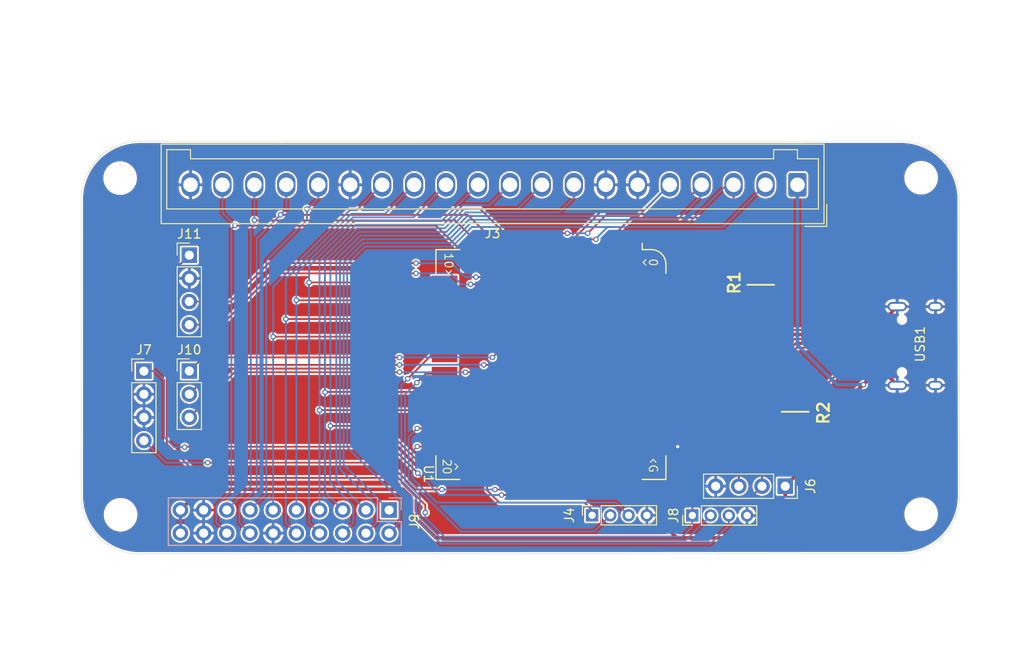
<source format=kicad_pcb>
(kicad_pcb (version 20211014) (generator pcbnew)
  (layers (0 "F.Cu" signal) (31 "B.Cu" signal) (34 "B.Paste" user) (35 "F.Paste" user) (36 "B.SilkS" user "B.Silkscreen") (37 "F.SilkS" user "F.Silkscreen") (38 "B.Mask" user) (39 "F.Mask" user) (44 "Edge.Cuts" user))
  (net 0 "")
  (net 1 "GND")
  (net 2 "+5V")
  (net 3 "D-")
  (net 4 "D+")
  (net 5 "RGB DATA")
  (net 6 "LS")
  (net 7 "LEFT")
  (net 8 "DOWN")
  (net 9 "RIGHT")
  (net 10 "UP")
  (net 11 "RS")
  (net 12 "1K")
  (net 13 "2K")
  (net 14 "3K")
  (net 15 "4K")
  (net 16 "1P")
  (net 17 "2P")
  (net 18 "3P")
  (net 19 "3.3V")
  (net 20 "TURBO LED")
  (net 24 "TURBO")
  (net 28 "4P")
  (net 29 "OLED SCL")
  (net 30 "OLED SDA")
  (net 33 "SELECT")
  (net 34 "START")
  (net 35 "L3")
  (net 36 "R3")
  (net 37 "HOME")
  (net 38 "TP")
  (net 39 "BOOT")
  (net 40 "RESET")
  (net 41 "Net-(R1-Pad1)")
  (net 42 "Net-(R2-Pad1)")
  (footprint "Connector_PinHeader_2.54mm:PinHeader_1x03_P2.54mm_Vertical" (layer "F.Cu") (at 107.64 78.78)
    (fp_text reference "J10")
    (fp_text value "Conn_01x02_Female")
  )
  (footprint "Connector_PinHeader_2.54mm:PinHeader_1x04_P2.54mm_Vertical" (layer "F.Cu") (at 102.665521 78.789011)
    (fp_text reference "J7")
    (fp_text value "Conn_01x04_Male")
  )
  (footprint "Connector_PinSocket_2.54mm:PinSocket_1x04_P2.54mm_Vertical" (layer "F.Cu") (at 172.93 91.41 -90)
    (fp_text reference "J6")
    (fp_text value "Conn_01x04_Female")
  )
  (footprint "Connector_Wago:Wago_734-150_1x20_P3.50mm_Vertical" (layer "F.Cu") (at 174.27 58.36 180)
    (fp_text reference "J3")
    (fp_text value "Screw_Terminal_01x20")
  )
  (footprint "CRCW25125K10JNTG:RESC6332X70N" (layer "F.Cu") (at 170.25 69.325 90)
    (fp_text reference "R1")
    (fp_text value "5.1k" hide)
  )
  (footprint "MountingHole:MountingHole_3.2mm_M3" (layer "F.Cu") (at 100.11 94.54 -90)
    (fp_text reference "H4" hide)
    (fp_text value "MountingHole")
  )
  (footprint "Connector_PinSocket_2.00mm:PinSocket_1x04_P2.00mm_Vertical" (layer "F.Cu") (at 151.77 94.6 90)
    (fp_text reference "J4")
    (fp_text value "Conn_01x04_Female")
  )
  (footprint "Type-C:HRO-TYPE-C-31-M-12-Assembly" (layer "F.Cu") (at 191.9825 76.035 90)
    (fp_text reference "USB1")
    (fp_text value "HRO-TYPE-C-31-M-12")
  )
  (footprint "CRCW25125K10JNTG:RESC6332X70N" (layer "F.Cu") (at 174.025 83.25 -90)
    (fp_text reference "R2")
    (fp_text value "5.1k" hide)
  )
  (footprint "MountingHole:MountingHole_3.2mm_M3" (layer "F.Cu") (at 100.06 57.63 -90)
    (fp_text reference "H3" hide)
    (fp_text value "MountingHole")
  )
  (footprint "RP2040_Stamp:RP2040_Stamp_SMD" (layer "F.Cu") (at 147.26 78.07 -90)
    (fp_text reference "U1")
    (fp_text value "RP2040_Stamp")
  )
  (footprint "Connector_PinHeader_2.00mm:PinHeader_1x04_P2.00mm_Vertical" (layer "F.Cu") (at 162.755521 94.619011 90)
    (fp_text reference "J8")
    (fp_text value "Conn_01x04_Male")
  )
  (footprint "MountingHole:MountingHole_3.2mm_M3" (layer "F.Cu") (at 187.82 57.59 -90)
    (fp_text reference "H1" hide)
    (fp_text value "MountingHole")
  )
  (footprint "MountingHole:MountingHole_3.2mm_M3" (layer "F.Cu") (at 187.82 94.48 -90)
    (fp_text reference "H2" hide)
    (fp_text value "MountingHole")
  )
  (footprint "Connector_PinHeader_2.54mm:PinHeader_1x04_P2.54mm_Vertical" (layer "F.Cu") (at 107.64 66.08)
    (fp_text reference "J11")
    (fp_text value "Conn_01x04_Female")
  )
  (footprint "Connector_PinSocket_2.54mm:PinSocket_2x10_P2.54mm_Vertical" (layer "B.Cu") (at 129.53 94.02 90)
    (fp_text reference "J9")
    (fp_text value "Conn_02x10_Odd_Even")
  )
  (gr_line (start 102.330015 53.595304) (end 185.314696 53.590015) (layer "Edge.Cuts") (width 0.05))
  (gr_line (start 185.51 98.8) (end 102.485304 98.819985) (layer "Edge.Cuts") (width 0.05))
  (gr_arc (start 192.03 92.12) (mid 190.220029 96.875307) (end 185.51 98.8) (layer "Edge.Cuts") (width 0.05))
  (gr_arc (start 185.314696 53.590015) (mid 190.070001 55.399985) (end 191.994696 60.110015) (layer "Edge.Cuts") (width 0.05))
  (gr_arc (start 95.810015 60.275304) (mid 97.619985 55.519999) (end 102.330015 53.595304) (layer "Edge.Cuts") (width 0.05))
  (gr_line (start 191.994696 60.110015) (end 192.03 92.12) (layer "Edge.Cuts") (width 0.05))
  (gr_line (start 95.805304 92.299985) (end 95.810015 60.275304) (layer "Edge.Cuts") (width 0.05))
  (gr_arc (start 102.485304 98.819985) (mid 97.729999 97.010015) (end 95.805304 92.299985) (layer "Edge.Cuts") (width 0.05))
  (segment (start 184.305 72.615) (end 185.22 71.7) (width 0.381) (layer "F.Cu") (net 1))
  (segment (start 184.305 79.425) (end 184.305 79.37) (width 0.381) (layer "F.Cu") (net 1))
  (segment (start 171.825 64.75) (end 170.25 66.325) (width 0.2) (layer "F.Cu") (net 1))
  (segment (start 158.91 87.07) (end 161.15 87.07) (width 0.2) (layer "F.Cu") (net 1))
  (segment (start 173.825 64.75) (end 171.825 64.75) (width 0.2) (layer "F.Cu") (net 1))
  (segment (start 184.305 72.77) (end 181.845 72.77) (width 0.2) (layer "F.Cu") (net 1))
  (segment (start 184.305 72.795) (end 184.305 72.615) (width 0.381) (layer "F.Cu") (net 1))
  (segment (start 185.22 80.34) (end 184.305 79.425) (width 0.381) (layer "F.Cu") (net 1))
  (segment (start 181.845 72.77) (end 173.825 64.75) (width 0.2) (layer "F.Cu") (net 1))
  (via (at 161.15 87.07) (size 0.6) (drill 0.35) (layers "F.Cu" "B.Cu") (net 1))
  (segment (start 186.1 77.42) (end 185.05 78.47) (width 0.4) (layer "F.Cu") (net 2))
  (segment (start 160.25 96.275) (end 161.05 97.075) (width 0.4) (layer "F.Cu") (net 2))
  (segment (start 181.5 80.275) (end 181.4725 80.275) (width 0.4) (layer "F.Cu") (net 2))
  (segment (start 178.775 82.9725) (end 178.775 85.55) (width 0.4) (layer "F.Cu") (net 2))
  (segment (start 172.93 91.395) (end 172.93 91.41) (width 0.4) (layer "F.Cu") (net 2))
  (segment (start 131.075 91.75) (end 108.94 91.75) (width 0.4) (layer "F.Cu") (net 2))
  (segment (start 169.795 97.075) (end 161.475 97.075) (width 0.4) (layer "F.Cu") (net 2))
  (segment (start 131.9 94.325) (end 131.9 92.575) (width 0.4) (layer "F.Cu") (net 2))
  (segment (start 181.4725 80.275) (end 178.775 82.9725) (width 0.4) (layer "F.Cu") (net 2))
  (segment (start 186.1 74.52) (end 186.1 77.42) (width 0.4) (layer "F.Cu") (net 2))
  (segment (start 181.5 80.2475) (end 183.2625 78.485) (width 0.4) (layer "F.Cu") (net 2))
  (segment (start 160.25 93.025) (end 160.25 96.275) (width 0.4) (layer "F.Cu") (net 2))
  (segment (start 108.94 91.75) (end 106.67 94.02) (width 0.4) (layer "F.Cu") (net 2))
  (segment (start 178.775 85.55) (end 172.93 91.395) (width 0.4) (layer "F.Cu") (net 2))
  (segment (start 172.93 93.94) (end 169.795 97.075) (width 0.4) (layer "F.Cu") (net 2))
  (segment (start 184.4375 73.735) (end 184.2875 73.585) (width 0.4) (layer "F.Cu") (net 2))
  (segment (start 183.2625 78.485) (end 184.2875 78.485) (width 0.4) (layer "F.Cu") (net 2))
  (segment (start 172.93 91.41) (end 172.93 93.94) (width 0.4) (layer "F.Cu") (net 2))
  (segment (start 185.2275 73.735) (end 184.4375 73.735) (width 0.4) (layer "F.Cu") (net 2))
  (segment (start 162.175 85.145) (end 162.175 91.1) (width 0.4) (layer "F.Cu") (net 2))
  (segment (start 162.175 91.1) (end 160.25 93.025) (width 0.4) (layer "F.Cu") (net 2))
  (segment (start 134.65 97.075) (end 131.9 94.325) (width 0.4) (layer "F.Cu") (net 2))
  (segment (start 186.1 74.52) (end 186.0125 74.52) (width 0.4) (layer "F.Cu") (net 2))
  (segment (start 186.0125 74.52) (end 185.2275 73.735) (width 0.4) (layer "F.Cu") (net 2))
  (segment (start 181.5 80.275) (end 181.5 80.2475) (width 0.4) (layer "F.Cu") (net 2))
  (segment (start 185.05 78.47) (end 184.305 78.47) (width 0.4) (layer "F.Cu") (net 2))
  (segment (start 160.1 83.07) (end 162.175 85.145) (width 0.4) (layer "F.Cu") (net 2))
  (segment (start 131.9 92.575) (end 131.075 91.75) (width 0.4) (layer "F.Cu") (net 2))
  (segment (start 158.91 83.07) (end 160.1 83.07) (width 0.4) (layer "F.Cu") (net 2))
  (segment (start 161.05 97.075) (end 161.475 97.075) (width 0.4) (layer "F.Cu") (net 2))
  (segment (start 161.475 97.075) (end 134.65 97.075) (width 0.4) (layer "F.Cu") (net 2))
  (via (at 181.5 80.275) (size 0.6) (drill 0.35) (layers "F.Cu" "B.Cu") (net 2))
  (segment (start 106.67 94.02) (end 106.67 96.56) (width 0.4) (layer "B.Cu") (net 2))
  (segment (start 174.27 75.945) (end 174.27 58.36) (width 0.4) (layer "B.Cu") (net 2))
  (segment (start 181.5 80.275) (end 178.6 80.275) (width 0.4) (layer "B.Cu") (net 2))
  (segment (start 178.6 80.275) (end 174.27 75.945) (width 0.4) (layer "B.Cu") (net 2))
  (segment (start 182.9 76.22) (end 174.18 76.22) (width 0.2) (layer "F.Cu") (net 3))
  (segment (start 174.18 76.22) (end 170.39 80.01) (width 0.2) (layer "F.Cu") (net 3))
  (segment (start 183.35 75.77) (end 182.9 76.22) (width 0.2) (layer "F.Cu") (net 3))
  (segment (start 183.389998 76.77) (end 184.305 76.77) (width 0.2) (layer "F.Cu") (net 3))
  (segment (start 161.58 79.07) (end 158.91 79.07) (width 0.2) (layer "F.Cu") (net 3))
  (segment (start 170.39 91.41) (end 168.79 93.01) (width 0.2) (layer "F.Cu") (net 3))
  (segment (start 170.39 80.01) (end 170.39 91.41) (width 0.2) (layer "F.Cu") (net 3))
  (segment (start 163.26 80.75) (end 161.58 79.07) (width 0.2) (layer "F.Cu") (net 3))
  (segment (start 163.26 91.57) (end 163.26 80.75) (width 0.2) (layer "F.Cu") (net 3))
  (segment (start 184.305 75.77) (end 183.35 75.77) (width 0.2) (layer "F.Cu") (net 3))
  (segment (start 182.9 76.22) (end 182.9 76.280002) (width 0.2) (layer "F.Cu") (net 3))
  (segment (start 168.79 93.01) (end 164.7 93.01) (width 0.2) (layer "F.Cu") (net 3))
  (segment (start 182.9 76.280002) (end 183.389998 76.77) (width 0.2) (layer "F.Cu") (net 3))
  (segment (start 164.7 93.01) (end 163.26 91.57) (width 0.2) (layer "F.Cu") (net 3))
  (segment (start 185.3125 76.1875) (end 185.23 76.27) (width 0.2) (layer "F.Cu") (net 4))
  (segment (start 167.85 81.38) (end 163.54 77.07) (width 0.2) (layer "F.Cu") (net 4))
  (segment (start 185.3125 75.3525) (end 185.3125 76.1875) (width 0.2) (layer "F.Cu") (net 4))
  (segment (start 163.54 77.07) (end 158.91 77.07) (width 0.2) (layer "F.Cu") (net 4))
  (segment (start 185.23 76.27) (end 184.305 76.27) (width 0.2) (layer "F.Cu") (net 4))
  (segment (start 185.23 75.27) (end 185.3125 75.3525) (width 0.2) (layer "F.Cu") (net 4))
  (segment (start 167.85 81.38) (end 173.96 75.27) (width 0.2) (layer "F.Cu") (net 4))
  (segment (start 167.85 91.41) (end 167.85 81.38) (width 0.2) (layer "F.Cu") (net 4))
  (segment (start 173.96 75.27) (end 185.23 75.27) (width 0.2) (layer "F.Cu") (net 4))
  (segment (start 130.6545 78.92) (end 112.58 78.92) (width 0.2) (layer "F.Cu") (net 5))
  (segment (start 154.26 88.56) (end 144.62 78.92) (width 0.2) (layer "F.Cu") (net 5))
  (segment (start 112.58 78.92) (end 107.64 83.86) (width 0.2) (layer "F.Cu") (net 5))
  (segment (start 154.26 89.72) (end 154.26 88.56) (width 0.2) (layer "F.Cu") (net 5))
  (segment (start 130.6745 78.9) (end 130.6545 78.92) (width 0.2) (layer "F.Cu") (net 5))
  (segment (start 144.62 78.92) (end 137.9 78.92) (width 0.2) (layer "F.Cu") (net 5))
  (via (at 130.6745 78.9) (size 0.6) (drill 0.35) (layers "F.Cu" "B.Cu") (net 5))
  (via (at 137.9 78.92) (size 0.6) (drill 0.35) (layers "F.Cu" "B.Cu") (net 5))
  (segment (start 137.9 78.92) (end 130.6945 78.92) (width 0.2) (layer "B.Cu") (net 5))
  (segment (start 130.6945 78.92) (end 130.6745 78.9) (width 0.2) (layer "B.Cu") (net 5))
  (segment (start 129.7745 87.075) (end 126.2 87.075) (width 0.2) (layer "F.Cu") (net 6))
  (segment (start 126.2 87.075) (end 107.175 87.075) (width 0.2) (layer "F.Cu") (net 6))
  (segment (start 152.26 90.37) (end 152.26 89.72) (width 0.2) (layer "F.Cu") (net 6))
  (segment (start 150.2555 92.3745) (end 152.26 90.37) (width 0.2) (layer "F.Cu") (net 6))
  (segment (start 132.6745 89.975) (end 129.7745 87.075) (width 0.2) (layer "F.Cu") (net 6))
  (segment (start 141.85 92.3745) (end 150.2555 92.3745) (width 0.2) (layer "F.Cu") (net 6))
  (segment (start 107.175 87.075) (end 107.125 87.125) (width 0.2) (layer "F.Cu") (net 6))
  (via (at 132.6745 89.975) (size 0.6) (drill 0.35) (layers "F.Cu" "B.Cu") (net 6))
  (via (at 107.125 87.125) (size 0.6) (drill 0.35) (layers "F.Cu" "B.Cu") (net 6))
  (via (at 141.85 92.3745) (size 0.6) (drill 0.35) (layers "F.Cu" "B.Cu") (net 6))
  (segment (start 135.0745 92.3745) (end 141.85 92.3745) (width 0.2) (layer "B.Cu") (net 6))
  (segment (start 105.975 87.125) (end 104.9 86.05) (width 0.2) (layer "B.Cu") (net 6))
  (segment (start 132.6745 89.975) (end 132.675 89.975) (width 0.2) (layer "B.Cu") (net 6))
  (segment (start 103.914011 78.789011) (end 102.665521 78.789011) (width 0.2) (layer "B.Cu") (net 6))
  (segment (start 132.675 89.975) (end 135.0745 92.3745) (width 0.2) (layer "B.Cu") (net 6))
  (segment (start 104.9 86.05) (end 104.9 79.775) (width 0.2) (layer "B.Cu") (net 6))
  (segment (start 104.9 79.775) (end 103.914011 78.789011) (width 0.2) (layer "B.Cu") (net 6))
  (segment (start 107.125 87.125) (end 105.975 87.125) (width 0.2) (layer "B.Cu") (net 6))
  (segment (start 160.56 61.57) (end 163.77 58.36) (width 0.2) (layer "F.Cu") (net 7))
  (segment (start 146.26 66.42) (end 146.26 64.72) (width 0.2) (layer "F.Cu") (net 7))
  (segment (start 146.98 64) (end 147.3 63.68) (width 0.2) (layer "F.Cu") (net 7))
  (segment (start 147.3 63.68) (end 149.06 63.68) (width 0.2) (layer "F.Cu") (net 7))
  (segment (start 153.4 61.57) (end 160.56 61.57) (width 0.2) (layer "F.Cu") (net 7))
  (segment (start 151.29 63.68) (end 153.4 61.57) (width 0.2) (layer "F.Cu") (net 7))
  (segment (start 146.26 64.72) (end 146.98 64) (width 0.2) (layer "F.Cu") (net 7))
  (via (at 151.29 63.68) (size 0.6) (drill 0.35) (layers "F.Cu" "B.Cu") (net 7))
  (via (at 149.06 63.68) (size 0.6) (drill 0.35) (layers "F.Cu" "B.Cu") (net 7))
  (segment (start 126.557942 64.335686) (end 124.15 66.74363) (width 0.2) (layer "B.Cu") (net 7))
  (segment (start 163.77 59.55) (end 161.13 62.19) (width 0.2) (layer "B.Cu") (net 7))
  (segment (start 138.26843 62.19) (end 136.122742 64.335686) (width 0.2) (layer "B.Cu") (net 7))
  (segment (start 128.14 93.543654) (end 128.14 95.41) (width 0.2) (layer "B.Cu") (net 7))
  (segment (start 161.13 62.19) (end 138.26843 62.19) (width 0.2) (layer "B.Cu") (net 7))
  (segment (start 163.77 58.36) (end 163.77 59.55) (width 0.2) (layer "B.Cu") (net 7))
  (segment (start 149.06 63.68) (end 151.29 63.68) (width 0.2) (layer "B.Cu") (net 7))
  (segment (start 128.14 95.41) (end 126.99 96.56) (width 0.2) (layer "B.Cu") (net 7))
  (segment (start 136.122742 64.335686) (end 126.557942 64.335686) (width 0.2) (layer "B.Cu") (net 7))
  (segment (start 124.15 89.553654) (end 128.14 93.543654) (width 0.2) (layer "B.Cu") (net 7))
  (segment (start 124.15 66.74363) (end 124.15 89.553654) (width 0.2) (layer "B.Cu") (net 7))
  (segment (start 150.26 66.42) (end 150.26 65.77) (width 0.2) (layer "F.Cu") (net 8))
  (segment (start 150.26 65.77) (end 151.68 64.35) (width 0.2) (layer "F.Cu") (net 8))
  (segment (start 151.68 64.35) (end 152.19 64.35) (width 0.2) (layer "F.Cu") (net 8))
  (via (at 152.19 64.35) (size 0.6) (drill 0.35) (layers "F.Cu" "B.Cu") (net 8))
  (segment (start 136.454112 65.135686) (end 126.889314 65.135686) (width 0.2) (layer "B.Cu") (net 8))
  (segment (start 130.68 95.41) (end 129.53 96.56) (width 0.2) (layer "B.Cu") (net 8))
  (segment (start 124.95 67.075) (end 124.95 87.14) (width 0.2) (layer "B.Cu") (net 8))
  (segment (start 130.68 92.87) (end 130.68 95.41) (width 0.2) (layer "B.Cu") (net 8))
  (segment (start 166.14 62.99) (end 138.599802 62.99) (width 0.2) (layer "B.Cu") (net 8))
  (segment (start 152.19 64.27) (end 153.47 62.99) (width 0.2) (layer "B.Cu") (net 8))
  (segment (start 124.95 87.14) (end 130.68 92.87) (width 0.2) (layer "B.Cu") (net 8))
  (segment (start 153.47 62.99) (end 153.89 62.99) (width 0.2) (layer "B.Cu") (net 8))
  (segment (start 152.19 64.35) (end 152.19 64.27) (width 0.2) (layer "B.Cu") (net 8))
  (segment (start 126.889314 65.135686) (end 124.95 67.075) (width 0.2) (layer "B.Cu") (net 8))
  (segment (start 138.599802 62.99) (end 136.454112 65.135686) (width 0.2) (layer "B.Cu") (net 8))
  (segment (start 170.77 58.36) (end 166.14 62.99) (width 0.2) (layer "B.Cu") (net 8))
  (segment (start 157.46 61.17) (end 160.27 58.36) (width 0.2) (layer "F.Cu") (net 9))
  (segment (start 152.86 61.17) (end 157.46 61.17) (width 0.2) (layer "F.Cu") (net 9))
  (segment (start 148.26 66.42) (end 148.26 65.77) (width 0.2) (layer "F.Cu") (net 9))
  (segment (start 148.26 65.77) (end 152.86 61.17) (width 0.2) (layer "F.Cu") (net 9))
  (segment (start 126.392256 63.935686) (end 123.75 66.577945) (width 0.2) (layer "B.Cu") (net 9))
  (segment (start 123.75 66.577945) (end 123.75 90.78) (width 0.2) (layer "B.Cu") (net 9))
  (segment (start 160.27 58.36) (end 156.84 61.79) (width 0.2) (layer "B.Cu") (net 9))
  (segment (start 123.75 90.78) (end 126.99 94.02) (width 0.2) (layer "B.Cu") (net 9))
  (segment (start 156.84 61.79) (end 138.102744 61.79) (width 0.2) (layer "B.Cu") (net 9))
  (segment (start 135.957057 63.935686) (end 126.392256 63.935686) (width 0.2) (layer "B.Cu") (net 9))
  (segment (start 138.102744 61.79) (end 135.957057 63.935686) (width 0.2) (layer "B.Cu") (net 9))
  (segment (start 165.31 61.97) (end 167.27 60.01) (width 0.2) (layer "F.Cu") (net 10))
  (segment (start 152.26 65.77) (end 156.06 61.97) (width 0.2) (layer "F.Cu") (net 10))
  (segment (start 152.26 66.42) (end 152.26 65.77) (width 0.2) (layer "F.Cu") (net 10))
  (segment (start 167.27 60.01) (end 167.27 58.36) (width 0.2) (layer "F.Cu") (net 10))
  (segment (start 156.06 61.97) (end 165.31 61.97) (width 0.2) (layer "F.Cu") (net 10))
  (segment (start 124.55 89.04) (end 129.53 94.02) (width 0.2) (layer "B.Cu") (net 10))
  (segment (start 162.31 62.59) (end 138.434116 62.59) (width 0.2) (layer "B.Cu") (net 10))
  (segment (start 167.27 58.36) (end 166.54 58.36) (width 0.2) (layer "B.Cu") (net 10))
  (segment (start 124.55 66.909315) (end 124.55 89.04) (width 0.2) (layer "B.Cu") (net 10))
  (segment (start 136.288427 64.735686) (end 126.723628 64.735686) (width 0.2) (layer "B.Cu") (net 10))
  (segment (start 138.434116 62.59) (end 136.288427 64.735686) (width 0.2) (layer "B.Cu") (net 10))
  (segment (start 126.723628 64.735686) (end 124.55 66.909315) (width 0.2) (layer "B.Cu") (net 10))
  (segment (start 166.54 58.36) (end 162.31 62.59) (width 0.2) (layer "B.Cu") (net 10))
  (segment (start 129.45 88.825) (end 109.65 88.825) (width 0.2) (layer "F.Cu") (net 11))
  (segment (start 141.125 91.775) (end 148.955 91.775) (width 0.2) (layer "F.Cu") (net 11))
  (segment (start 150.26 90.47) (end 150.26 89.72) (width 0.2) (layer "F.Cu") (net 11))
  (segment (start 135.325 91.775) (end 132.4 91.775) (width 0.2) (layer "F.Cu") (net 11))
  (segment (start 148.955 91.775) (end 150.26 90.47) (width 0.2) (layer "F.Cu") (net 11))
  (segment (start 132.4 91.775) (end 131.325 90.7) (width 0.2) (layer "F.Cu") (net 11))
  (segment (start 131.325 90.7) (end 129.45 88.825) (width 0.2) (layer "F.Cu") (net 11))
  (via (at 141.125 91.775) (size 0.6) (drill 0.35) (layers "F.Cu" "B.Cu") (net 11))
  (via (at 135.325 91.775) (size 0.6) (drill 0.35) (layers "F.Cu" "B.Cu") (net 11))
  (via (at 109.65 88.825) (size 0.6) (drill 0.35) (layers "F.Cu" "B.Cu") (net 11))
  (segment (start 135.325 91.775) (end 141.125 91.775) (width 0.2) (layer "B.Cu") (net 11))
  (segment (start 105.08151 88.825) (end 102.665521 86.409011) (width 0.2) (layer "B.Cu") (net 11))
  (segment (start 109.65 88.825) (end 105.08151 88.825) (width 0.2) (layer "B.Cu") (net 11))
  (segment (start 144.26 65.77) (end 144.26 66.42) (width 0.2) (layer "F.Cu") (net 12))
  (segment (start 120.53 61.02) (end 139.51 61.02) (width 0.2) (layer "F.Cu") (net 12))
  (segment (start 139.51 61.02) (end 144.26 65.77) (width 0.2) (layer "F.Cu") (net 12))
  (via (at 120.53 61.02) (size 0.6) (drill 0.35) (layers "F.Cu" "B.Cu") (net 12))
  (segment (start 120.53 62.21) (end 116.075 66.665) (width 0.2) (layer "B.Cu") (net 12))
  (segment (start 120.53 61.02) (end 120.53 62.21) (width 0.2) (layer "B.Cu") (net 12))
  (segment (start 120.58 61.02) (end 121.77 59.83) (width 0.2) (layer "B.Cu") (net 12))
  (segment (start 120.53 61.02) (end 120.58 61.02) (width 0.2) (layer "B.Cu") (net 12))
  (segment (start 116.075 66.665) (end 116.075 92.235) (width 0.2) (layer "B.Cu") (net 12))
  (segment (start 121.77 59.83) (end 121.77 58.36) (width 0.2) (layer "B.Cu") (net 12))
  (segment (start 116.075 92.235) (end 114.29 94.02) (width 0.2) (layer "B.Cu") (net 12))
  (segment (start 117.66 61.66) (end 138.15 61.66) (width 0.2) (layer "F.Cu") (net 13))
  (segment (start 142.26 65.77) (end 142.26 66.42) (width 0.2) (layer "F.Cu") (net 13))
  (segment (start 117.64 61.64) (end 117.66 61.66) (width 0.2) (layer "F.Cu") (net 13))
  (segment (start 138.15 61.66) (end 142.26 65.77) (width 0.2) (layer "F.Cu") (net 13))
  (via (at 117.64 61.64) (size 0.6) (drill 0.35) (layers "F.Cu" "B.Cu") (net 13))
  (segment (start 113.14 95.41) (end 114.29 96.56) (width 0.2) (layer "B.Cu") (net 13))
  (segment (start 117.64 61.63) (end 118.27 61) (width 0.2) (layer "B.Cu") (net 13))
  (segment (start 113.14 93.543654) (end 113.14 95.41) (width 0.2) (layer "B.Cu") (net 13))
  (segment (start 117.64 61.65) (end 115.025 64.265) (width 0.2) (layer "B.Cu") (net 13))
  (segment (start 117.64 61.64) (end 117.64 61.63) (width 0.2) (layer "B.Cu") (net 13))
  (segment (start 118.27 61) (end 118.27 58.36) (width 0.2) (layer "B.Cu") (net 13))
  (segment (start 117.64 61.64) (end 117.64 61.65) (width 0.2) (layer "B.Cu") (net 13))
  (segment (start 115.025 91.658654) (end 113.14 93.543654) (width 0.2) (layer "B.Cu") (net 13))
  (segment (start 115.025 64.265) (end 115.025 91.658654) (width 0.2) (layer "B.Cu") (net 13))
  (segment (start 114.7945 62.27) (end 136.76 62.27) (width 0.2) (layer "F.Cu") (net 14))
  (segment (start 140.26 65.77) (end 140.26 66.42) (width 0.2) (layer "F.Cu") (net 14))
  (segment (start 114.775 62.2505) (end 114.7945 62.27) (width 0.2) (layer "F.Cu") (net 14))
  (segment (start 136.76 62.27) (end 140.26 65.77) (width 0.2) (layer "F.Cu") (net 14))
  (via (at 114.775 62.2505) (size 0.6) (drill 0.35) (layers "F.Cu" "B.Cu") (net 14))
  (segment (start 114.775 62.2505) (end 114.775 60.845) (width 0.2) (layer "B.Cu") (net 14))
  (segment (start 114.77 60.84) (end 114.77 58.36) (width 0.2) (layer "B.Cu") (net 14))
  (segment (start 114.775 62.2505) (end 114.775 62.805) (width 0.2) (layer "B.Cu") (net 14))
  (segment (start 114.375 63.205) (end 114.375 91.395) (width 0.2) (layer "B.Cu") (net 14))
  (segment (start 114.375 91.395) (end 111.75 94.02) (width 0.2) (layer "B.Cu") (net 14))
  (segment (start 114.775 62.805) (end 114.375 63.205) (width 0.2) (layer "B.Cu") (net 14))
  (segment (start 114.775 60.845) (end 114.77 60.84) (width 0.2) (layer "B.Cu") (net 14))
  (segment (start 112.65 62.825) (end 112.675 62.85) (width 0.2) (layer "F.Cu") (net 15))
  (segment (start 112.675 62.85) (end 134.69 62.85) (width 0.2) (layer "F.Cu") (net 15))
  (segment (start 134.69 62.85) (end 138.26 66.42) (width 0.2) (layer "F.Cu") (net 15))
  (via (at 112.65 62.825) (size 0.6) (drill 0.35) (layers "F.Cu" "B.Cu") (net 15))
  (segment (start 110.6 95.41) (end 111.75 96.56) (width 0.2) (layer "B.Cu") (net 15))
  (segment (start 111.27 61.445) (end 111.27 58.36) (width 0.2) (layer "B.Cu") (net 15))
  (segment (start 112.65 62.825) (end 111.27 61.445) (width 0.2) (layer "B.Cu") (net 15))
  (segment (start 110.6 93.543654) (end 110.6 95.41) (width 0.2) (layer "B.Cu") (net 15))
  (segment (start 112.25 91.893654) (end 110.6 93.543654) (width 0.2) (layer "B.Cu") (net 15))
  (segment (start 112.25 63.225) (end 112.25 91.893654) (width 0.2) (layer "B.Cu") (net 15))
  (segment (start 112.65 62.825) (end 112.25 63.225) (width 0.2) (layer "B.Cu") (net 15))
  (segment (start 135.61 69.07) (end 120.76 69.07) (width 0.2) (layer "F.Cu") (net 16))
  (via (at 120.76 69.07) (size 0.6) (drill 0.35) (layers "F.Cu" "B.Cu") (net 16))
  (segment (start 120.76 69.07) (end 120.76 95.41) (width 0.2) (layer "B.Cu") (net 16))
  (segment (start 135.294314 62.335686) (end 125.729515 62.335686) (width 0.2) (layer "B.Cu") (net 16))
  (segment (start 120.76 95.41) (end 121.91 96.56) (width 0.2) (layer "B.Cu") (net 16))
  (segment (start 139.27 58.36) (end 135.294314 62.335686) (width 0.2) (layer "B.Cu") (net 16))
  (segment (start 125.729515 62.335686) (end 120.76 67.305201) (width 0.2) (layer "B.Cu") (net 16))
  (segment (start 120.76 67.305201) (end 120.76 69.07) (width 0.2) (layer "B.Cu") (net 16))
  (segment (start 135.57 71.03) (end 119.38 71.03) (width 0.2) (layer "F.Cu") (net 17))
  (segment (start 119.38 71.03) (end 119.37 71.02) (width 0.2) (layer "F.Cu") (net 17))
  (segment (start 135.61 71.07) (end 135.57 71.03) (width 0.2) (layer "F.Cu") (net 17))
  (via (at 119.37 71.02) (size 0.6) (drill 0.35) (layers "F.Cu" "B.Cu") (net 17))
  (segment (start 119.37 68.129515) (end 119.37 71.02) (width 0.2) (layer "B.Cu") (net 17))
  (segment (start 119.37 71.02) (end 119.37 94.02) (width 0.2) (layer "B.Cu") (net 17))
  (segment (start 125.563829 61.935686) (end 119.37 68.129515) (width 0.2) (layer "B.Cu") (net 17))
  (segment (start 132.194314 61.935686) (end 125.563829 61.935686) (width 0.2) (layer "B.Cu") (net 17))
  (segment (start 135.77 58.36) (end 132.194314 61.935686) (width 0.2) (layer "B.Cu") (net 17))
  (segment (start 135.6 73.08) (end 118.22 73.08) (width 0.2) (layer "F.Cu") (net 18))
  (segment (start 135.61 73.07) (end 135.6 73.08) (width 0.2) (layer "F.Cu") (net 18))
  (via (at 118.22 73.08) (size 0.6) (drill 0.35) (layers "F.Cu" "B.Cu") (net 18))
  (segment (start 118.22 73.08) (end 118.22 95.41) (width 0.2) (layer "B.Cu") (net 18))
  (segment (start 132.27 58.36) (end 129.094314 61.535686) (width 0.2) (layer "B.Cu") (net 18))
  (segment (start 125.398143 61.535686) (end 118.22 68.713829) (width 0.2) (layer "B.Cu") (net 18))
  (segment (start 129.094314 61.535686) (end 125.398143 61.535686) (width 0.2) (layer "B.Cu") (net 18))
  (segment (start 118.22 68.713829) (end 118.22 73.08) (width 0.2) (layer "B.Cu") (net 18))
  (segment (start 118.22 95.41) (end 119.37 96.56) (width 0.2) (layer "B.Cu") (net 18))
  (segment (start 162.755521 94.619011) (end 162.755521 82.880521) (width 0.2) (layer "F.Cu") (net 19))
  (segment (start 133.4995 94.295416) (end 133.4995 93.4745) (width 0.2) (layer "F.Cu") (net 19))
  (segment (start 162.755521 82.880521) (end 160.945 81.07) (width 0.2) (layer "F.Cu") (net 19))
  (segment (start 132.4 92.367894) (end 130.532106 90.5) (width 0.2) (layer "F.Cu") (net 19))
  (segment (start 130.532106 90.5) (end 108.9 90.5) (width 0.2) (layer "F.Cu") (net 19))
  (segment (start 160.945 81.07) (end 158.91 81.07) (width 0.2) (layer "F.Cu") (net 19))
  (segment (start 105.175 86.775) (end 105.175 68.545) (width 0.2) (layer "F.Cu") (net 19))
  (segment (start 105.175 68.545) (end 107.64 66.08) (width 0.2) (layer "F.Cu") (net 19))
  (segment (start 133.4995 93.4745) (end 132.4 92.375) (width 0.2) (layer "F.Cu") (net 19))
  (segment (start 132.4 92.375) (end 132.4 92.367894) (width 0.2) (layer "F.Cu") (net 19))
  (segment (start 108.9 90.5) (end 105.175 86.775) (width 0.2) (layer "F.Cu") (net 19))
  (via (at 133.4995 94.295416) (size 0.6) (drill 0.35) (layers "F.Cu" "B.Cu") (net 19))
  (segment (start 162.755521 95.844479) (end 162.755521 94.619011) (width 0.2) (layer "B.Cu") (net 19))
  (segment (start 161.675 96.925) (end 162.755521 95.844479) (width 0.2) (layer "B.Cu") (net 19))
  (segment (start 133.4995 94.868128) (end 135.556372 96.925) (width 0.2) (layer "B.Cu") (net 19))
  (segment (start 135.556372 96.925) (end 161.675 96.925) (width 0.2) (layer "B.Cu") (net 19))
  (segment (start 133.4995 94.295416) (end 133.4995 94.868128) (width 0.2) (layer "B.Cu") (net 19))
  (segment (start 132.575 80.05) (end 133.555 79.07) (width 0.2) (layer "F.Cu") (net 20))
  (segment (start 133.555 79.07) (end 135.61 79.07) (width 0.2) (layer "F.Cu") (net 20))
  (via (at 132.575 80.05) (size 0.6) (drill 0.35) (layers "F.Cu" "B.Cu") (net 20))
  (segment (start 132.9 94.834314) (end 132.9 92.484314) (width 0.2) (layer "B.Cu") (net 20))
  (segment (start 132.9 92.484314) (end 131.275 90.859314) (width 0.2) (layer "B.Cu") (net 20))
  (segment (start 131.275 90.859314) (end 131.275 81.35) (width 0.2) (layer "B.Cu") (net 20))
  (segment (start 162.049532 97.325) (end 135.390686 97.325) (width 0.2) (layer "B.Cu") (net 20))
  (segment (start 135.390686 97.325) (end 132.9 94.834314) (width 0.2) (layer "B.Cu") (net 20))
  (segment (start 164.755521 94.619011) (end 162.049532 97.325) (width 0.2) (layer "B.Cu") (net 20))
  (segment (start 131.275 81.35) (end 132.575 80.05) (width 0.2) (layer "B.Cu") (net 20))
  (segment (start 134.13 77.07) (end 135.61 77.07) (width 0.2) (layer "F.Cu") (net 24))
  (segment (start 131.575 79.625) (end 134.13 77.07) (width 0.2) (layer "F.Cu") (net 24))
  (via (at 131.575 79.625) (size 0.6) (drill 0.35) (layers "F.Cu" "B.Cu") (net 24))
  (segment (start 130.875 91.025) (end 132.5 92.65) (width 0.2) (layer "B.Cu") (net 24))
  (segment (start 164.725 97.725) (end 166.755521 95.694479) (width 0.2) (layer "B.Cu") (net 24))
  (segment (start 132.5 92.65) (end 132.5 95) (width 0.2) (layer "B.Cu") (net 24))
  (segment (start 130.875 80.325) (end 130.875 91.025) (width 0.2) (layer "B.Cu") (net 24))
  (segment (start 132.5 95) (end 135.225 97.725) (width 0.2) (layer "B.Cu") (net 24))
  (segment (start 166.755521 95.694479) (end 166.755521 94.619011) (width 0.2) (layer "B.Cu") (net 24))
  (segment (start 135.225 97.725) (end 164.725 97.725) (width 0.2) (layer "B.Cu") (net 24))
  (segment (start 131.575 79.625) (end 130.875 80.325) (width 0.2) (layer "B.Cu") (net 24))
  (segment (start 135.55 75.01) (end 116.83 75.01) (width 0.2) (layer "F.Cu") (net 28))
  (segment (start 135.61 75.07) (end 135.55 75.01) (width 0.2) (layer "F.Cu") (net 28))
  (via (at 116.83 75.01) (size 0.6) (drill 0.35) (layers "F.Cu" "B.Cu") (net 28))
  (segment (start 116.83 75.01) (end 116.83 94.02) (width 0.2) (layer "B.Cu") (net 28))
  (segment (start 125.232457 61.135686) (end 116.83 69.538143) (width 0.2) (layer "B.Cu") (net 28))
  (segment (start 128.77 58.36) (end 125.994314 61.135686) (width 0.2) (layer "B.Cu") (net 28))
  (segment (start 125.994314 61.135686) (end 125.232457 61.135686) (width 0.2) (layer "B.Cu") (net 28))
  (segment (start 116.83 69.538143) (end 116.83 75.01) (width 0.2) (layer "B.Cu") (net 28))
  (segment (start 139.05 68.475) (end 152.855 68.475) (width 0.2) (layer "F.Cu") (net 29))
  (segment (start 154.26 67.07) (end 154.26 66.42) (width 0.2) (layer "F.Cu") (net 29))
  (segment (start 112.14 71.16) (end 116.35 66.95) (width 0.2) (layer "F.Cu") (net 29))
  (segment (start 152.855 68.475) (end 154.26 67.07) (width 0.2) (layer "F.Cu") (net 29))
  (segment (start 116.35 66.95) (end 132.475 66.95) (width 0.2) (layer "F.Cu") (net 29))
  (segment (start 107.64 71.16) (end 112.14 71.16) (width 0.2) (layer "F.Cu") (net 29))
  (via (at 132.475 66.95) (size 0.6) (drill 0.35) (layers "F.Cu" "B.Cu") (net 29))
  (via (at 139.05 68.475) (size 0.6) (drill 0.35) (layers "F.Cu" "B.Cu") (net 29))
  (segment (start 136.325 66.95) (end 137.85 68.475) (width 0.2) (layer "B.Cu") (net 29))
  (segment (start 132.475 66.95) (end 136.325 66.95) (width 0.2) (layer "B.Cu") (net 29))
  (segment (start 137.85 68.475) (end 139.05 68.475) (width 0.2) (layer "B.Cu") (net 29))
  (segment (start 116.825 68.075) (end 111.2 73.7) (width 0.2) (layer "F.Cu") (net 30))
  (segment (start 154.155 69.275) (end 156.26 67.17) (width 0.2) (layer "F.Cu") (net 30))
  (segment (start 138.45 69.275) (end 154.155 69.275) (width 0.2) (layer "F.Cu") (net 30))
  (segment (start 156.26 67.17) (end 156.26 66.42) (width 0.2) (layer "F.Cu") (net 30))
  (segment (start 132.475 68.075) (end 116.825 68.075) (width 0.2) (layer "F.Cu") (net 30))
  (segment (start 111.2 73.7) (end 107.64 73.7) (width 0.2) (layer "F.Cu") (net 30))
  (via (at 132.475 68.075) (size 0.6) (drill 0.35) (layers "F.Cu" "B.Cu") (net 30))
  (via (at 138.45 69.275) (size 0.6) (drill 0.35) (layers "F.Cu" "B.Cu") (net 30))
  (segment (start 136.25 68.075) (end 137.45 69.275) (width 0.2) (layer "B.Cu") (net 30))
  (segment (start 137.45 69.275) (end 138.45 69.275) (width 0.2) (layer "B.Cu") (net 30))
  (segment (start 132.475 68.075) (end 136.25 68.075) (width 0.2) (layer "B.Cu") (net 30))
  (segment (start 122.5395 81.07) (end 135.61 81.07) (width 0.2) (layer "F.Cu") (net 33))
  (segment (start 122.5095 81.1) (end 122.5395 81.07) (width 0.2) (layer "F.Cu") (net 33))
  (via (at 122.5095 81.1) (size 0.6) (drill 0.35) (layers "F.Cu" "B.Cu") (net 33))
  (segment (start 122.5 66.696572) (end 126.060886 63.135686) (width 0.2) (layer "B.Cu") (net 33))
  (segment (start 122.5 83.338529) (end 122.5 92.07) (width 0.2) (layer "B.Cu") (net 33))
  (segment (start 137.771372 60.99) (end 143.64 60.99) (width 0.2) (layer "B.Cu") (net 33))
  (segment (start 135.625686 63.135686) (end 137.771372 60.99) (width 0.2) (layer "B.Cu") (net 33))
  (segment (start 122.5 92.07) (end 124.45 94.02) (width 0.2) (layer "B.Cu") (net 33))
  (segment (start 126.060886 63.135686) (end 135.625686 63.135686) (width 0.2) (layer "B.Cu") (net 33))
  (segment (start 122.5 81.0905) (end 122.5 66.696572) (width 0.2) (layer "B.Cu") (net 33))
  (segment (start 122.5095 83.329029) (end 122.5 83.338529) (width 0.2) (layer "B.Cu") (net 33))
  (segment (start 122.5095 81.1) (end 122.5095 83.329029) (width 0.2) (layer "B.Cu") (net 33))
  (segment (start 122.5095 81.1) (end 122.5 81.0905) (width 0.2) (layer "B.Cu") (net 33))
  (segment (start 143.64 60.99) (end 146.27 58.36) (width 0.2) (layer "B.Cu") (net 33))
  (segment (start 135.61 83.07) (end 121.92 83.07) (width 0.2) (layer "F.Cu") (net 34))
  (segment (start 121.92 83.07) (end 121.91 83.08) (width 0.2) (layer "F.Cu") (net 34))
  (via (at 121.91 83.08) (size 0.6) (drill 0.35) (layers "F.Cu" "B.Cu") (net 34))
  (segment (start 125.895201 62.735686) (end 135.46 62.735686) (width 0.2) (layer "B.Cu") (net 34))
  (segment (start 121.91 66.720887) (end 125.895201 62.735686) (width 0.2) (layer "B.Cu") (net 34))
  (segment (start 140.54 60.59) (end 142.77 58.36) (width 0.2) (layer "B.Cu") (net 34))
  (segment (start 135.46 62.735686) (end 137.605686 60.59) (width 0.2) (layer "B.Cu") (net 34))
  (segment (start 137.605686 60.59) (end 140.54 60.59) (width 0.2) (layer "B.Cu") (net 34))
  (segment (start 121.91 83.08) (end 121.91 66.720887) (width 0.2) (layer "B.Cu") (net 34))
  (segment (start 121.91 94.02) (end 121.91 83.08) (width 0.2) (layer "B.Cu") (net 34))
  (segment (start 135.61 85.07) (end 132.61 85.07) (width 0.2) (layer "F.Cu") (net 35))
  (via (at 132.61 85.07) (size 0.6) (drill 0.35) (layers "F.Cu" "B.Cu") (net 35))
  (segment (start 137.356372 96.375) (end 151.995 96.375) (width 0.2) (layer "B.Cu") (net 35))
  (segment (start 132.61 85.07) (end 131.675 86.005) (width 0.2) (layer "B.Cu") (net 35))
  (segment (start 151.995 96.375) (end 153.77 94.6) (width 0.2) (layer "B.Cu") (net 35))
  (segment (start 131.675 90.693628) (end 137.356372 96.375) (width 0.2) (layer "B.Cu") (net 35))
  (segment (start 131.675 86.005) (end 131.675 90.693628) (width 0.2) (layer "B.Cu") (net 35))
  (segment (start 135.61 87.06) (end 132.61 87.06) (width 0.2) (layer "F.Cu") (net 36))
  (via (at 132.61 87.06) (size 0.6) (drill 0.35) (layers "F.Cu" "B.Cu") (net 36))
  (segment (start 132.61 87.06) (end 132.075 87.595) (width 0.2) (layer "B.Cu") (net 36))
  (segment (start 132.075 87.595) (end 132.075 90.527942) (width 0.2) (layer "B.Cu") (net 36))
  (segment (start 154.37 93.2) (end 155.77 94.6) (width 0.2) (layer "B.Cu") (net 36))
  (segment (start 134.747058 93.2) (end 154.37 93.2) (width 0.2) (layer "B.Cu") (net 36))
  (segment (start 132.075 90.527942) (end 134.747058 93.2) (width 0.2) (layer "B.Cu") (net 36))
  (segment (start 123.0995 84.8) (end 128.825 84.8) (width 0.2) (layer "F.Cu") (net 37))
  (segment (start 128.825 84.8) (end 133.745 89.72) (width 0.2) (layer "F.Cu") (net 37))
  (segment (start 133.745 89.72) (end 138.26 89.72) (width 0.2) (layer "F.Cu") (net 37))
  (via (at 123.0995 84.8) (size 0.6) (drill 0.35) (layers "F.Cu" "B.Cu") (net 37))
  (segment (start 123.0995 84.8) (end 123.1095 84.79) (width 0.2) (layer "B.Cu") (net 37))
  (segment (start 125.6 95.41) (end 124.45 96.56) (width 0.2) (layer "B.Cu") (net 37))
  (segment (start 125.6 93.543654) (end 125.6 95.41) (width 0.2) (layer "B.Cu") (net 37))
  (segment (start 137.937058 61.39) (end 148.17 61.39) (width 0.2) (layer "B.Cu") (net 37))
  (segment (start 149.77 59.79) (end 149.77 58.36) (width 0.2) (layer "B.Cu") (net 37))
  (segment (start 123.1095 80.851471) (end 123.0995 80.841471) (width 0.2) (layer "B.Cu") (net 37))
  (segment (start 123.1095 84.79) (end 123.1095 80.851471) (width 0.2) (layer "B.Cu") (net 37))
  (segment (start 135.791372 63.535686) (end 137.937058 61.39) (width 0.2) (layer "B.Cu") (net 37))
  (segment (start 123.0995 80.841471) (end 123.0995 66.662757) (width 0.2) (layer "B.Cu") (net 37))
  (segment (start 123.0995 84.8) (end 123.075 84.8245) (width 0.2) (layer "B.Cu") (net 37))
  (segment (start 126.226571 63.535686) (end 135.791372 63.535686) (width 0.2) (layer "B.Cu") (net 37))
  (segment (start 123.0995 66.662757) (end 126.226571 63.535686) (width 0.2) (layer "B.Cu") (net 37))
  (segment (start 123.075 91.018654) (end 125.6 93.543654) (width 0.2) (layer "B.Cu") (net 37))
  (segment (start 148.17 61.39) (end 149.77 59.79) (width 0.2) (layer "B.Cu") (net 37))
  (segment (start 123.075 84.8245) (end 123.075 91.018654) (width 0.2) (layer "B.Cu") (net 37))
  (segment (start 140.26 91.85) (end 141.61 93.2) (width 0.2) (layer "F.Cu") (net 38))
  (segment (start 151.77 94.05) (end 151.77 94.6) (width 0.2) (layer "F.Cu") (net 38))
  (segment (start 141.61 93.2) (end 150.92 93.2) (width 0.2) (layer "F.Cu") (net 38))
  (segment (start 150.92 93.2) (end 151.77 94.05) (width 0.2) (layer "F.Cu") (net 38))
  (segment (start 140.26 89.72) (end 140.26 91.85) (width 0.2) (layer "F.Cu") (net 38))
  (segment (start 147.922822 70.225) (end 154.45 70.225) (width 0.2) (layer "F.Cu") (net 39))
  (segment (start 140.858911 77.288911) (end 147.922822 70.225) (width 0.2) (layer "F.Cu") (net 39))
  (segment (start 154.45 70.225) (end 155.605 69.07) (width 0.2) (layer "F.Cu") (net 39))
  (segment (start 155.605 69.07) (end 158.91 69.07) (width 0.2) (layer "F.Cu") (net 39))
  (segment (start 109.131089 77.288911) (end 107.64 78.78) (width 0.2) (layer "F.Cu") (net 39))
  (segment (start 130.6745 77.300994) (end 130.662417 77.288911) (width 0.2) (layer "F.Cu") (net 39))
  (segment (start 130.662417 77.288911) (end 109.131089 77.288911) (width 0.2) (layer "F.Cu") (net 39))
  (via (at 130.6745 77.300994) (size 0.6) (drill 0.35) (layers "F.Cu" "B.Cu") (net 39))
  (via (at 140.858911 77.288911) (size 0.6) (drill 0.35) (layers "F.Cu" "B.Cu") (net 39))
  (segment (start 130.686583 77.288911) (end 130.6745 77.300994) (width 0.2) (layer "B.Cu") (net 39))
  (segment (start 140.858911 77.288911) (end 130.686583 77.288911) (width 0.2) (layer "B.Cu") (net 39))
  (segment (start 139.908911 78.104455) (end 141.370545 78.104455) (width 0.2) (layer "F.Cu") (net 40))
  (segment (start 110.855545 78.104455) (end 107.64 81.32) (width 0.2) (layer "F.Cu") (net 40))
  (segment (start 141.370545 78.104455) (end 148.405 71.07) (width 0.2) (layer "F.Cu") (net 40))
  (segment (start 148.405 71.07) (end 158.91 71.07) (width 0.2) (layer "F.Cu") (net 40))
  (segment (start 130.670542 78.104455) (end 110.855545 78.104455) (width 0.2) (layer "F.Cu") (net 40))
  (segment (start 130.6745 78.100497) (end 130.670542 78.104455) (width 0.2) (layer "F.Cu") (net 40))
  (via (at 139.908911 78.104455) (size 0.6) (drill 0.35) (layers "F.Cu" "B.Cu") (net 40))
  (via (at 130.6745 78.100497) (size 0.6) (drill 0.35) (layers "F.Cu" "B.Cu") (net 40))
  (segment (start 130.6745 78.100497) (end 130.684997 78.09) (width 0.2) (layer "B.Cu") (net 40))
  (segment (start 130.684997 78.09) (end 139.894456 78.09) (width 0.2) (layer "B.Cu") (net 40))
  (segment (start 139.894456 78.09) (end 139.908911 78.104455) (width 0.2) (layer "B.Cu") (net 40))
  (segment (start 172.21 74.285) (end 170.25 72.325) (width 0.2) (layer "F.Cu") (net 41))
  (segment (start 184.2875 74.285) (end 172.21 74.285) (width 0.2) (layer "F.Cu") (net 41))
  (segment (start 180.46 77.285) (end 177.495 80.25) (width 0.2) (layer "F.Cu") (net 42))
  (segment (start 184.2875 77.285) (end 180.46 77.285) (width 0.2) (layer "F.Cu") (net 42))
  (segment (start 177.495 80.25) (end 174.025 80.25) (width 0.2) (layer "F.Cu") (net 42))
  (zone (net 1) (net_name "GND") (layers F&B.Cu) (connect_pads (clearance 0.2)) (min_thickness 0.2) (fill yes (thermal_gap 0.3) (thermal_bridge_width 0.3))
    (polygon (pts (xy 199.1 110.9) (xy 198.6 38.1) (xy 86.9 38.1) (xy 86.9 110.9)))
  )
  (zone (net 1) (net_name "GND") (layer "F.Cu") (connect_pads (clearance 0.2)) (min_thickness 0.2) (fill yes (thermal_gap 0.3) (thermal_bridge_width 0.3))
    (polygon (pts (xy 184.3 81.52) (xy 184.3 70.52) (xy 191 70.52) (xy 191 81.52)))
  )
)
</source>
